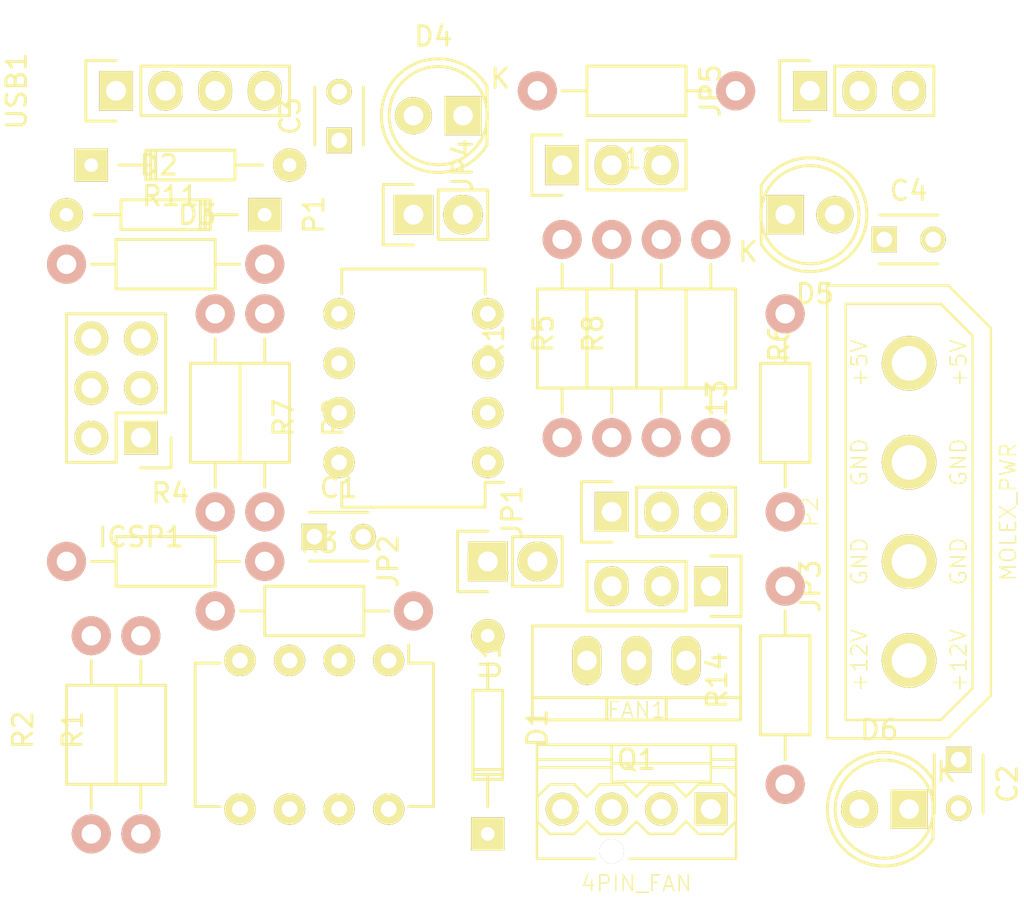
<source format=kicad_pcb>
(kicad_pcb (version 4) (host pcbnew 4.0.1-stable)

  (general
    (links 73)
    (no_connects 73)
    (area 151.255 96.645 205.014049 143.342)
    (thickness 1.6)
    (drawings 0)
    (tracks 0)
    (zones 0)
    (modules 37)
    (nets 29)
  )

  (page A4)
  (layers
    (0 F.Cu signal)
    (31 B.Cu signal)
    (32 B.Adhes user)
    (33 F.Adhes user)
    (34 B.Paste user)
    (35 F.Paste user)
    (36 B.SilkS user)
    (37 F.SilkS user)
    (38 B.Mask user)
    (39 F.Mask user)
    (40 Dwgs.User user)
    (41 Cmts.User user)
    (42 Eco1.User user)
    (43 Eco2.User user)
    (44 Edge.Cuts user)
    (45 Margin user)
    (46 B.CrtYd user)
    (47 F.CrtYd user)
    (48 B.Fab user)
    (49 F.Fab user)
  )

  (setup
    (last_trace_width 0.25)
    (trace_clearance 0.2)
    (zone_clearance 0.508)
    (zone_45_only no)
    (trace_min 0.2)
    (segment_width 0.2)
    (edge_width 0.15)
    (via_size 0.6)
    (via_drill 0.4)
    (via_min_size 0.4)
    (via_min_drill 0.3)
    (uvia_size 0.3)
    (uvia_drill 0.1)
    (uvias_allowed no)
    (uvia_min_size 0.2)
    (uvia_min_drill 0.1)
    (pcb_text_width 0.3)
    (pcb_text_size 1.5 1.5)
    (mod_edge_width 0.15)
    (mod_text_size 1 1)
    (mod_text_width 0.15)
    (pad_size 1.524 1.524)
    (pad_drill 0.762)
    (pad_to_mask_clearance 0.2)
    (aux_axis_origin 0 0)
    (visible_elements FFFFFF7F)
    (pcbplotparams
      (layerselection 0x00030_80000001)
      (usegerberextensions false)
      (excludeedgelayer true)
      (linewidth 0.100000)
      (plotframeref false)
      (viasonmask false)
      (mode 1)
      (useauxorigin false)
      (hpglpennumber 1)
      (hpglpenspeed 20)
      (hpglpendiameter 15)
      (hpglpenoverlay 2)
      (psnegative false)
      (psa4output false)
      (plotreference true)
      (plotvalue true)
      (plotinvisibletext false)
      (padsonsilk false)
      (subtractmaskfromsilk false)
      (outputformat 1)
      (mirror false)
      (drillshape 1)
      (scaleselection 1)
      (outputdirectory ""))
  )

  (net 0 "")
  (net 1 +5V)
  (net 2 GND)
  (net 3 +12V)
  (net 4 12VGND)
  (net 5 5VMOLEX)
  (net 6 5VMOLEXGND)
  (net 7 "Net-(D1-Pad1)")
  (net 8 "Net-(D2-Pad1)")
  (net 9 "Net-(D3-Pad1)")
  (net 10 "Net-(D4-Pad1)")
  (net 11 "Net-(D5-Pad1)")
  (net 12 "Net-(D6-Pad2)")
  (net 13 TACHOUT)
  (net 14 "Net-(FAN1-Pad4)")
  (net 15 "Net-(IC1-Pad1)")
  (net 16 TACHIN)
  (net 17 "Net-(IC1-Pad3)")
  (net 18 "Net-(IC1-Pad5)")
  (net 19 "Net-(IC1-Pad6)")
  (net 20 "Net-(IC1-Pad7)")
  (net 21 "Net-(JP1-Pad1)")
  (net 22 "Net-(JP1-Pad3)")
  (net 23 "Net-(JP3-Pad2)")
  (net 24 "Net-(R1-Pad1)")
  (net 25 "Net-(R2-Pad1)")
  (net 26 "Net-(R4-Pad2)")
  (net 27 FAN5V)
  (net 28 FAN5VGND)

  (net_class Default "This is the default net class."
    (clearance 0.2)
    (trace_width 0.25)
    (via_dia 0.6)
    (via_drill 0.4)
    (uvia_dia 0.3)
    (uvia_drill 0.1)
    (add_net +12V)
    (add_net +5V)
    (add_net 12VGND)
    (add_net 5VMOLEX)
    (add_net 5VMOLEXGND)
    (add_net FAN5V)
    (add_net FAN5VGND)
    (add_net GND)
    (add_net "Net-(D1-Pad1)")
    (add_net "Net-(D2-Pad1)")
    (add_net "Net-(D3-Pad1)")
    (add_net "Net-(D4-Pad1)")
    (add_net "Net-(D5-Pad1)")
    (add_net "Net-(D6-Pad2)")
    (add_net "Net-(FAN1-Pad4)")
    (add_net "Net-(IC1-Pad1)")
    (add_net "Net-(IC1-Pad3)")
    (add_net "Net-(IC1-Pad5)")
    (add_net "Net-(IC1-Pad6)")
    (add_net "Net-(IC1-Pad7)")
    (add_net "Net-(JP1-Pad1)")
    (add_net "Net-(JP1-Pad3)")
    (add_net "Net-(JP3-Pad2)")
    (add_net "Net-(R1-Pad1)")
    (add_net "Net-(R2-Pad1)")
    (add_net "Net-(R4-Pad2)")
    (add_net TACHIN)
    (add_net TACHOUT)
  )

  (module Capacitors_ThroughHole:C_Disc_D3_P2.5 (layer F.Cu) (tedit 0) (tstamp 5693C5C6)
    (at 167.64 124.46)
    (descr "Capacitor 3mm Disc, Pitch 2.5mm")
    (tags Capacitor)
    (path /56936E65)
    (fp_text reference C1 (at 1.25 -2.5) (layer F.SilkS)
      (effects (font (size 1 1) (thickness 0.15)))
    )
    (fp_text value C (at 1.25 2.5) (layer F.Fab)
      (effects (font (size 1 1) (thickness 0.15)))
    )
    (fp_line (start -0.9 -1.5) (end 3.4 -1.5) (layer F.CrtYd) (width 0.05))
    (fp_line (start 3.4 -1.5) (end 3.4 1.5) (layer F.CrtYd) (width 0.05))
    (fp_line (start 3.4 1.5) (end -0.9 1.5) (layer F.CrtYd) (width 0.05))
    (fp_line (start -0.9 1.5) (end -0.9 -1.5) (layer F.CrtYd) (width 0.05))
    (fp_line (start -0.25 -1.25) (end 2.75 -1.25) (layer F.SilkS) (width 0.15))
    (fp_line (start 2.75 1.25) (end -0.25 1.25) (layer F.SilkS) (width 0.15))
    (pad 1 thru_hole rect (at 0 0) (size 1.3 1.3) (drill 0.8) (layers *.Cu *.Mask F.SilkS)
      (net 1 +5V))
    (pad 2 thru_hole circle (at 2.5 0) (size 1.3 1.3) (drill 0.8001) (layers *.Cu *.Mask F.SilkS)
      (net 2 GND))
    (model Capacitors_ThroughHole.3dshapes/C_Disc_D3_P2.5.wrl
      (at (xyz 0.0492126 0 0))
      (scale (xyz 1 1 1))
      (rotate (xyz 0 0 0))
    )
  )

  (module Capacitors_ThroughHole:C_Disc_D3_P2.5 (layer F.Cu) (tedit 0) (tstamp 5693C5CC)
    (at 200.66 135.89 270)
    (descr "Capacitor 3mm Disc, Pitch 2.5mm")
    (tags Capacitor)
    (path /56937144)
    (fp_text reference C2 (at 1.25 -2.5 270) (layer F.SilkS)
      (effects (font (size 1 1) (thickness 0.15)))
    )
    (fp_text value C (at 1.25 2.5 270) (layer F.Fab)
      (effects (font (size 1 1) (thickness 0.15)))
    )
    (fp_line (start -0.9 -1.5) (end 3.4 -1.5) (layer F.CrtYd) (width 0.05))
    (fp_line (start 3.4 -1.5) (end 3.4 1.5) (layer F.CrtYd) (width 0.05))
    (fp_line (start 3.4 1.5) (end -0.9 1.5) (layer F.CrtYd) (width 0.05))
    (fp_line (start -0.9 1.5) (end -0.9 -1.5) (layer F.CrtYd) (width 0.05))
    (fp_line (start -0.25 -1.25) (end 2.75 -1.25) (layer F.SilkS) (width 0.15))
    (fp_line (start 2.75 1.25) (end -0.25 1.25) (layer F.SilkS) (width 0.15))
    (pad 1 thru_hole rect (at 0 0 270) (size 1.3 1.3) (drill 0.8) (layers *.Cu *.Mask F.SilkS)
      (net 3 +12V))
    (pad 2 thru_hole circle (at 2.5 0 270) (size 1.3 1.3) (drill 0.8001) (layers *.Cu *.Mask F.SilkS)
      (net 4 12VGND))
    (model Capacitors_ThroughHole.3dshapes/C_Disc_D3_P2.5.wrl
      (at (xyz 0.0492126 0 0))
      (scale (xyz 1 1 1))
      (rotate (xyz 0 0 0))
    )
  )

  (module Capacitors_ThroughHole:C_Disc_D3_P2.5 (layer F.Cu) (tedit 0) (tstamp 5693C5D2)
    (at 168.91 104.14 90)
    (descr "Capacitor 3mm Disc, Pitch 2.5mm")
    (tags Capacitor)
    (path /5693B7CE)
    (fp_text reference C3 (at 1.25 -2.5 90) (layer F.SilkS)
      (effects (font (size 1 1) (thickness 0.15)))
    )
    (fp_text value C (at 1.25 2.5 90) (layer F.Fab)
      (effects (font (size 1 1) (thickness 0.15)))
    )
    (fp_line (start -0.9 -1.5) (end 3.4 -1.5) (layer F.CrtYd) (width 0.05))
    (fp_line (start 3.4 -1.5) (end 3.4 1.5) (layer F.CrtYd) (width 0.05))
    (fp_line (start 3.4 1.5) (end -0.9 1.5) (layer F.CrtYd) (width 0.05))
    (fp_line (start -0.9 1.5) (end -0.9 -1.5) (layer F.CrtYd) (width 0.05))
    (fp_line (start -0.25 -1.25) (end 2.75 -1.25) (layer F.SilkS) (width 0.15))
    (fp_line (start 2.75 1.25) (end -0.25 1.25) (layer F.SilkS) (width 0.15))
    (pad 1 thru_hole rect (at 0 0 90) (size 1.3 1.3) (drill 0.8) (layers *.Cu *.Mask F.SilkS)
      (net 2 GND))
    (pad 2 thru_hole circle (at 2.5 0 90) (size 1.3 1.3) (drill 0.8001) (layers *.Cu *.Mask F.SilkS)
      (net 1 +5V))
    (model Capacitors_ThroughHole.3dshapes/C_Disc_D3_P2.5.wrl
      (at (xyz 0.0492126 0 0))
      (scale (xyz 1 1 1))
      (rotate (xyz 0 0 0))
    )
  )

  (module Capacitors_ThroughHole:C_Disc_D3_P2.5 (layer F.Cu) (tedit 0) (tstamp 5693C5D8)
    (at 196.85 109.22)
    (descr "Capacitor 3mm Disc, Pitch 2.5mm")
    (tags Capacitor)
    (path /5693C574)
    (fp_text reference C4 (at 1.25 -2.5) (layer F.SilkS)
      (effects (font (size 1 1) (thickness 0.15)))
    )
    (fp_text value C (at 1.25 2.5) (layer F.Fab)
      (effects (font (size 1 1) (thickness 0.15)))
    )
    (fp_line (start -0.9 -1.5) (end 3.4 -1.5) (layer F.CrtYd) (width 0.05))
    (fp_line (start 3.4 -1.5) (end 3.4 1.5) (layer F.CrtYd) (width 0.05))
    (fp_line (start 3.4 1.5) (end -0.9 1.5) (layer F.CrtYd) (width 0.05))
    (fp_line (start -0.9 1.5) (end -0.9 -1.5) (layer F.CrtYd) (width 0.05))
    (fp_line (start -0.25 -1.25) (end 2.75 -1.25) (layer F.SilkS) (width 0.15))
    (fp_line (start 2.75 1.25) (end -0.25 1.25) (layer F.SilkS) (width 0.15))
    (pad 1 thru_hole rect (at 0 0) (size 1.3 1.3) (drill 0.8) (layers *.Cu *.Mask F.SilkS)
      (net 5 5VMOLEX))
    (pad 2 thru_hole circle (at 2.5 0) (size 1.3 1.3) (drill 0.8001) (layers *.Cu *.Mask F.SilkS)
      (net 6 5VMOLEXGND))
    (model Capacitors_ThroughHole.3dshapes/C_Disc_D3_P2.5.wrl
      (at (xyz 0.0492126 0 0))
      (scale (xyz 1 1 1))
      (rotate (xyz 0 0 0))
    )
  )

  (module Diodes_ThroughHole:Diode_DO-35_SOD27_Horizontal_RM10 (layer F.Cu) (tedit 552FFC30) (tstamp 5693C5DE)
    (at 176.53 139.7 90)
    (descr "Diode, DO-35,  SOD27, Horizontal, RM 10mm")
    (tags "Diode, DO-35, SOD27, Horizontal, RM 10mm, 1N4148,")
    (path /56936E3B)
    (fp_text reference D1 (at 5.43052 2.53746 90) (layer F.SilkS)
      (effects (font (size 1 1) (thickness 0.15)))
    )
    (fp_text value D (at 4.41452 -3.55854 90) (layer F.Fab)
      (effects (font (size 1 1) (thickness 0.15)))
    )
    (fp_line (start 7.36652 -0.00254) (end 8.76352 -0.00254) (layer F.SilkS) (width 0.15))
    (fp_line (start 2.92152 -0.00254) (end 1.39752 -0.00254) (layer F.SilkS) (width 0.15))
    (fp_line (start 3.30252 -0.76454) (end 3.30252 0.75946) (layer F.SilkS) (width 0.15))
    (fp_line (start 3.04852 -0.76454) (end 3.04852 0.75946) (layer F.SilkS) (width 0.15))
    (fp_line (start 2.79452 -0.00254) (end 2.79452 0.75946) (layer F.SilkS) (width 0.15))
    (fp_line (start 2.79452 0.75946) (end 7.36652 0.75946) (layer F.SilkS) (width 0.15))
    (fp_line (start 7.36652 0.75946) (end 7.36652 -0.76454) (layer F.SilkS) (width 0.15))
    (fp_line (start 7.36652 -0.76454) (end 2.79452 -0.76454) (layer F.SilkS) (width 0.15))
    (fp_line (start 2.79452 -0.76454) (end 2.79452 -0.00254) (layer F.SilkS) (width 0.15))
    (pad 2 thru_hole circle (at 10.16052 -0.00254 270) (size 1.69926 1.69926) (drill 0.70104) (layers *.Cu *.Mask F.SilkS)
      (net 4 12VGND))
    (pad 1 thru_hole rect (at 0.00052 -0.00254 270) (size 1.69926 1.69926) (drill 0.70104) (layers *.Cu *.Mask F.SilkS)
      (net 7 "Net-(D1-Pad1)"))
    (model Diodes_ThroughHole.3dshapes/Diode_DO-35_SOD27_Horizontal_RM10.wrl
      (at (xyz 0.2 0 0))
      (scale (xyz 0.4 0.4 0.4))
      (rotate (xyz 0 0 180))
    )
  )

  (module Diodes_ThroughHole:Diode_DO-35_SOD27_Horizontal_RM10 (layer F.Cu) (tedit 552FFC30) (tstamp 5693C5E4)
    (at 165.1 107.95 180)
    (descr "Diode, DO-35,  SOD27, Horizontal, RM 10mm")
    (tags "Diode, DO-35, SOD27, Horizontal, RM 10mm, 1N4148,")
    (path /56936FE5)
    (fp_text reference D2 (at 5.43052 2.53746 180) (layer F.SilkS)
      (effects (font (size 1 1) (thickness 0.15)))
    )
    (fp_text value ZENER (at 4.41452 -3.55854 180) (layer F.Fab)
      (effects (font (size 1 1) (thickness 0.15)))
    )
    (fp_line (start 7.36652 -0.00254) (end 8.76352 -0.00254) (layer F.SilkS) (width 0.15))
    (fp_line (start 2.92152 -0.00254) (end 1.39752 -0.00254) (layer F.SilkS) (width 0.15))
    (fp_line (start 3.30252 -0.76454) (end 3.30252 0.75946) (layer F.SilkS) (width 0.15))
    (fp_line (start 3.04852 -0.76454) (end 3.04852 0.75946) (layer F.SilkS) (width 0.15))
    (fp_line (start 2.79452 -0.00254) (end 2.79452 0.75946) (layer F.SilkS) (width 0.15))
    (fp_line (start 2.79452 0.75946) (end 7.36652 0.75946) (layer F.SilkS) (width 0.15))
    (fp_line (start 7.36652 0.75946) (end 7.36652 -0.76454) (layer F.SilkS) (width 0.15))
    (fp_line (start 7.36652 -0.76454) (end 2.79452 -0.76454) (layer F.SilkS) (width 0.15))
    (fp_line (start 2.79452 -0.76454) (end 2.79452 -0.00254) (layer F.SilkS) (width 0.15))
    (pad 2 thru_hole circle (at 10.16052 -0.00254) (size 1.69926 1.69926) (drill 0.70104) (layers *.Cu *.Mask F.SilkS)
      (net 2 GND))
    (pad 1 thru_hole rect (at 0.00052 -0.00254) (size 1.69926 1.69926) (drill 0.70104) (layers *.Cu *.Mask F.SilkS)
      (net 8 "Net-(D2-Pad1)"))
    (model Diodes_ThroughHole.3dshapes/Diode_DO-35_SOD27_Horizontal_RM10.wrl
      (at (xyz 0.2 0 0))
      (scale (xyz 0.4 0.4 0.4))
      (rotate (xyz 0 0 180))
    )
  )

  (module Diodes_ThroughHole:Diode_DO-35_SOD27_Horizontal_RM10 (layer F.Cu) (tedit 552FFC30) (tstamp 5693C5EA)
    (at 156.21 105.41)
    (descr "Diode, DO-35,  SOD27, Horizontal, RM 10mm")
    (tags "Diode, DO-35, SOD27, Horizontal, RM 10mm, 1N4148,")
    (path /5693700C)
    (fp_text reference D3 (at 5.43052 2.53746) (layer F.SilkS)
      (effects (font (size 1 1) (thickness 0.15)))
    )
    (fp_text value ZENER (at 4.41452 -3.55854) (layer F.Fab)
      (effects (font (size 1 1) (thickness 0.15)))
    )
    (fp_line (start 7.36652 -0.00254) (end 8.76352 -0.00254) (layer F.SilkS) (width 0.15))
    (fp_line (start 2.92152 -0.00254) (end 1.39752 -0.00254) (layer F.SilkS) (width 0.15))
    (fp_line (start 3.30252 -0.76454) (end 3.30252 0.75946) (layer F.SilkS) (width 0.15))
    (fp_line (start 3.04852 -0.76454) (end 3.04852 0.75946) (layer F.SilkS) (width 0.15))
    (fp_line (start 2.79452 -0.00254) (end 2.79452 0.75946) (layer F.SilkS) (width 0.15))
    (fp_line (start 2.79452 0.75946) (end 7.36652 0.75946) (layer F.SilkS) (width 0.15))
    (fp_line (start 7.36652 0.75946) (end 7.36652 -0.76454) (layer F.SilkS) (width 0.15))
    (fp_line (start 7.36652 -0.76454) (end 2.79452 -0.76454) (layer F.SilkS) (width 0.15))
    (fp_line (start 2.79452 -0.76454) (end 2.79452 -0.00254) (layer F.SilkS) (width 0.15))
    (pad 2 thru_hole circle (at 10.16052 -0.00254 180) (size 1.69926 1.69926) (drill 0.70104) (layers *.Cu *.Mask F.SilkS)
      (net 2 GND))
    (pad 1 thru_hole rect (at 0.00052 -0.00254 180) (size 1.69926 1.69926) (drill 0.70104) (layers *.Cu *.Mask F.SilkS)
      (net 9 "Net-(D3-Pad1)"))
    (model Diodes_ThroughHole.3dshapes/Diode_DO-35_SOD27_Horizontal_RM10.wrl
      (at (xyz 0.2 0 0))
      (scale (xyz 0.4 0.4 0.4))
      (rotate (xyz 0 0 180))
    )
  )

  (module LEDs:LED-5MM (layer F.Cu) (tedit 5570F7EA) (tstamp 5693C5F0)
    (at 175.26 102.87 180)
    (descr "LED 5mm round vertical")
    (tags "LED 5mm round vertical")
    (path /5693A7D4)
    (fp_text reference D4 (at 1.524 4.064 180) (layer F.SilkS)
      (effects (font (size 1 1) (thickness 0.15)))
    )
    (fp_text value LED (at 1.524 -3.937 180) (layer F.Fab)
      (effects (font (size 1 1) (thickness 0.15)))
    )
    (fp_line (start -1.5 -1.55) (end -1.5 1.55) (layer F.CrtYd) (width 0.05))
    (fp_arc (start 1.3 0) (end -1.5 1.55) (angle -302) (layer F.CrtYd) (width 0.05))
    (fp_arc (start 1.27 0) (end -1.23 -1.5) (angle 297.5) (layer F.SilkS) (width 0.15))
    (fp_line (start -1.23 1.5) (end -1.23 -1.5) (layer F.SilkS) (width 0.15))
    (fp_circle (center 1.27 0) (end 0.97 -2.5) (layer F.SilkS) (width 0.15))
    (fp_text user K (at -1.905 1.905 180) (layer F.SilkS)
      (effects (font (size 1 1) (thickness 0.15)))
    )
    (pad 1 thru_hole rect (at 0 0 270) (size 2 1.9) (drill 1.00076) (layers *.Cu *.Mask F.SilkS)
      (net 10 "Net-(D4-Pad1)"))
    (pad 2 thru_hole circle (at 2.54 0 180) (size 1.9 1.9) (drill 1.00076) (layers *.Cu *.Mask F.SilkS)
      (net 1 +5V))
    (model LEDs.3dshapes/LED-5MM.wrl
      (at (xyz 0.05 0 0))
      (scale (xyz 1 1 1))
      (rotate (xyz 0 0 90))
    )
  )

  (module LEDs:LED-5MM (layer F.Cu) (tedit 5570F7EA) (tstamp 5693C5F6)
    (at 191.77 107.95)
    (descr "LED 5mm round vertical")
    (tags "LED 5mm round vertical")
    (path /5693C3CC)
    (fp_text reference D5 (at 1.524 4.064) (layer F.SilkS)
      (effects (font (size 1 1) (thickness 0.15)))
    )
    (fp_text value LED (at 1.524 -3.937) (layer F.Fab)
      (effects (font (size 1 1) (thickness 0.15)))
    )
    (fp_line (start -1.5 -1.55) (end -1.5 1.55) (layer F.CrtYd) (width 0.05))
    (fp_arc (start 1.3 0) (end -1.5 1.55) (angle -302) (layer F.CrtYd) (width 0.05))
    (fp_arc (start 1.27 0) (end -1.23 -1.5) (angle 297.5) (layer F.SilkS) (width 0.15))
    (fp_line (start -1.23 1.5) (end -1.23 -1.5) (layer F.SilkS) (width 0.15))
    (fp_circle (center 1.27 0) (end 0.97 -2.5) (layer F.SilkS) (width 0.15))
    (fp_text user K (at -1.905 1.905) (layer F.SilkS)
      (effects (font (size 1 1) (thickness 0.15)))
    )
    (pad 1 thru_hole rect (at 0 0 90) (size 2 1.9) (drill 1.00076) (layers *.Cu *.Mask F.SilkS)
      (net 11 "Net-(D5-Pad1)"))
    (pad 2 thru_hole circle (at 2.54 0) (size 1.9 1.9) (drill 1.00076) (layers *.Cu *.Mask F.SilkS)
      (net 5 5VMOLEX))
    (model LEDs.3dshapes/LED-5MM.wrl
      (at (xyz 0.05 0 0))
      (scale (xyz 1 1 1))
      (rotate (xyz 0 0 90))
    )
  )

  (module LEDs:LED-5MM (layer F.Cu) (tedit 5570F7EA) (tstamp 5693C5FC)
    (at 198.12 138.43 180)
    (descr "LED 5mm round vertical")
    (tags "LED 5mm round vertical")
    (path /5693AD88)
    (fp_text reference D6 (at 1.524 4.064 180) (layer F.SilkS)
      (effects (font (size 1 1) (thickness 0.15)))
    )
    (fp_text value LED (at 1.524 -3.937 180) (layer F.Fab)
      (effects (font (size 1 1) (thickness 0.15)))
    )
    (fp_line (start -1.5 -1.55) (end -1.5 1.55) (layer F.CrtYd) (width 0.05))
    (fp_arc (start 1.3 0) (end -1.5 1.55) (angle -302) (layer F.CrtYd) (width 0.05))
    (fp_arc (start 1.27 0) (end -1.23 -1.5) (angle 297.5) (layer F.SilkS) (width 0.15))
    (fp_line (start -1.23 1.5) (end -1.23 -1.5) (layer F.SilkS) (width 0.15))
    (fp_circle (center 1.27 0) (end 0.97 -2.5) (layer F.SilkS) (width 0.15))
    (fp_text user K (at -1.905 1.905 180) (layer F.SilkS)
      (effects (font (size 1 1) (thickness 0.15)))
    )
    (pad 1 thru_hole rect (at 0 0 270) (size 2 1.9) (drill 1.00076) (layers *.Cu *.Mask F.SilkS)
      (net 4 12VGND))
    (pad 2 thru_hole circle (at 2.54 0 180) (size 1.9 1.9) (drill 1.00076) (layers *.Cu *.Mask F.SilkS)
      (net 12 "Net-(D6-Pad2)"))
    (model LEDs.3dshapes/LED-5MM.wrl
      (at (xyz 0.05 0 0))
      (scale (xyz 1 1 1))
      (rotate (xyz 0 0 90))
    )
  )

  (module ab2_header:AB2_HDR_M04-1V_CPU_FAN (layer F.Cu) (tedit 54A2EE68) (tstamp 5693C605)
    (at 184.15 138.43 180)
    (path /56936DE4)
    (fp_text reference FAN1 (at 0 5.08 180) (layer F.SilkS)
      (effects (font (size 0.8128 0.8128) (thickness 0.0762)))
    )
    (fp_text value 4PIN_FAN (at 0 -3.81 180) (layer F.SilkS)
      (effects (font (size 0.8128 0.8128) (thickness 0.0762)))
    )
    (fp_line (start 5.1 -2.54) (end 2.14 -2.54) (layer F.SilkS) (width 0.127))
    (fp_line (start -5.1 -2.54) (end 0.4 -2.54) (layer F.SilkS) (width 0.127))
    (fp_line (start -3.81 2.35) (end 1.27 2.35) (layer F.SilkS) (width 0.127))
    (fp_line (start 1.27 2.14) (end 5.1 2.14) (layer F.SilkS) (width 0.127))
    (fp_line (start -5.1 2.14) (end -3.81 2.14) (layer F.SilkS) (width 0.127))
    (fp_line (start 1.27 2.54) (end 5.1 2.54) (layer F.SilkS) (width 0.127))
    (fp_line (start -5.1 2.54) (end -3.81 2.54) (layer F.SilkS) (width 0.127))
    (fp_line (start -3.81 1.405) (end -3.81 3.3) (layer F.SilkS) (width 0.127))
    (fp_line (start 1.27 1.405) (end 1.27 3.3) (layer F.SilkS) (width 0.127))
    (fp_line (start -3.81 1.405) (end 1.27 1.405) (layer F.SilkS) (width 0.127))
    (fp_line (start -5.1 -2.54) (end -5.1 3.3) (layer F.SilkS) (width 0.127))
    (fp_line (start -5.1 3.3) (end 5.1 3.3) (layer F.SilkS) (width 0.127))
    (fp_line (start 5.1 3.3) (end 5.1 -2.54) (layer F.SilkS) (width 0.127))
    (fp_line (start 2.54 -0.635) (end 3.175 -1.27) (layer F.SilkS) (width 0.127))
    (fp_line (start 3.175 -1.27) (end 4.445 -1.27) (layer F.SilkS) (width 0.127))
    (fp_line (start 4.445 -1.27) (end 5.08 -0.635) (layer F.SilkS) (width 0.127))
    (fp_line (start 5.08 -0.635) (end 5.08 0.635) (layer F.SilkS) (width 0.127))
    (fp_line (start 5.08 0.635) (end 4.445 1.27) (layer F.SilkS) (width 0.127))
    (fp_line (start 4.445 1.27) (end 3.175 1.27) (layer F.SilkS) (width 0.127))
    (fp_line (start 3.175 1.27) (end 2.54 0.635) (layer F.SilkS) (width 0.127))
    (fp_line (start -2.54 -0.635) (end -1.905 -1.27) (layer F.SilkS) (width 0.127))
    (fp_line (start -1.905 -1.27) (end -0.635 -1.27) (layer F.SilkS) (width 0.127))
    (fp_line (start -0.635 -1.27) (end 0 -0.635) (layer F.SilkS) (width 0.127))
    (fp_line (start 0 -0.635) (end 0.635 -1.27) (layer F.SilkS) (width 0.127))
    (fp_line (start 0.635 -1.27) (end 1.905 -1.27) (layer F.SilkS) (width 0.127))
    (fp_line (start 1.905 -1.27) (end 2.54 -0.635) (layer F.SilkS) (width 0.127))
    (fp_line (start 2.54 0.635) (end 1.905 1.27) (layer F.SilkS) (width 0.127))
    (fp_line (start 1.905 1.27) (end 0.635 1.27) (layer F.SilkS) (width 0.127))
    (fp_line (start 0.635 1.27) (end 0 0.635) (layer F.SilkS) (width 0.127))
    (fp_line (start 0 0.635) (end -0.635 1.27) (layer F.SilkS) (width 0.127))
    (fp_line (start -0.635 1.27) (end -1.905 1.27) (layer F.SilkS) (width 0.127))
    (fp_line (start -1.905 1.27) (end -2.54 0.635) (layer F.SilkS) (width 0.127))
    (fp_line (start -5.08 -0.635) (end -4.445 -1.27) (layer F.SilkS) (width 0.127))
    (fp_line (start -4.445 -1.27) (end -3.175 -1.27) (layer F.SilkS) (width 0.127))
    (fp_line (start -3.175 -1.27) (end -2.54 -0.635) (layer F.SilkS) (width 0.127))
    (fp_line (start -2.54 0.635) (end -3.175 1.27) (layer F.SilkS) (width 0.127))
    (fp_line (start -3.175 1.27) (end -4.445 1.27) (layer F.SilkS) (width 0.127))
    (fp_line (start -4.445 1.27) (end -5.08 0.635) (layer F.SilkS) (width 0.127))
    (fp_line (start -5.08 0.635) (end -5.08 -0.635) (layer F.SilkS) (width 0.127))
    (pad 1 thru_hole rect (at -3.81 0 180) (size 1.6764 1.6764) (drill 1.016) (layers *.Cu *.Mask F.SilkS)
      (net 4 12VGND))
    (pad 2 thru_hole circle (at -1.27 0 180) (size 1.6764 1.6764) (drill 1.016) (layers *.Cu *.Mask F.SilkS)
      (net 7 "Net-(D1-Pad1)"))
    (pad 3 thru_hole circle (at 1.27 0 180) (size 1.6764 1.6764) (drill 1.016) (layers *.Cu *.Mask F.SilkS)
      (net 13 TACHOUT))
    (pad 4 thru_hole circle (at 3.81 0 180) (size 1.6764 1.6764) (drill 1.016) (layers *.Cu *.Mask F.SilkS)
      (net 14 "Net-(FAN1-Pad4)"))
    (pad "" thru_hole circle (at 1.27 -2.16 180) (size 1.25 1.25) (drill 1.25) (layers *.Cu *.Mask F.SilkS))
    (model ab2_header/AB2_HDR_M04-1V_CPU_FAN.x3d
      (at (xyz 0 0 0))
      (scale (xyz 0.3937 0.3937 0.3937))
      (rotate (xyz 0 0 0))
    )
  )

  (module Housings_DIP:DIP-8_W7.62mm (layer F.Cu) (tedit 54130A77) (tstamp 5693C611)
    (at 176.53 120.65 180)
    (descr "8-lead dip package, row spacing 7.62 mm (300 mils)")
    (tags "dil dip 2.54 300")
    (path /5693670C)
    (fp_text reference IC1 (at 0 -5.22 180) (layer F.SilkS)
      (effects (font (size 1 1) (thickness 0.15)))
    )
    (fp_text value ATTINY85-P (at 0 -3.72 180) (layer F.Fab)
      (effects (font (size 1 1) (thickness 0.15)))
    )
    (fp_line (start -1.05 -2.45) (end -1.05 10.1) (layer F.CrtYd) (width 0.05))
    (fp_line (start 8.65 -2.45) (end 8.65 10.1) (layer F.CrtYd) (width 0.05))
    (fp_line (start -1.05 -2.45) (end 8.65 -2.45) (layer F.CrtYd) (width 0.05))
    (fp_line (start -1.05 10.1) (end 8.65 10.1) (layer F.CrtYd) (width 0.05))
    (fp_line (start 0.135 -2.295) (end 0.135 -1.025) (layer F.SilkS) (width 0.15))
    (fp_line (start 7.485 -2.295) (end 7.485 -1.025) (layer F.SilkS) (width 0.15))
    (fp_line (start 7.485 9.915) (end 7.485 8.645) (layer F.SilkS) (width 0.15))
    (fp_line (start 0.135 9.915) (end 0.135 8.645) (layer F.SilkS) (width 0.15))
    (fp_line (start 0.135 -2.295) (end 7.485 -2.295) (layer F.SilkS) (width 0.15))
    (fp_line (start 0.135 9.915) (end 7.485 9.915) (layer F.SilkS) (width 0.15))
    (fp_line (start 0.135 -1.025) (end -0.8 -1.025) (layer F.SilkS) (width 0.15))
    (pad 1 thru_hole oval (at 0 0 180) (size 1.6 1.6) (drill 0.8) (layers *.Cu *.Mask F.SilkS)
      (net 15 "Net-(IC1-Pad1)"))
    (pad 2 thru_hole oval (at 0 2.54 180) (size 1.6 1.6) (drill 0.8) (layers *.Cu *.Mask F.SilkS)
      (net 16 TACHIN))
    (pad 3 thru_hole oval (at 0 5.08 180) (size 1.6 1.6) (drill 0.8) (layers *.Cu *.Mask F.SilkS)
      (net 17 "Net-(IC1-Pad3)"))
    (pad 4 thru_hole oval (at 0 7.62 180) (size 1.6 1.6) (drill 0.8) (layers *.Cu *.Mask F.SilkS)
      (net 2 GND))
    (pad 5 thru_hole oval (at 7.62 7.62 180) (size 1.6 1.6) (drill 0.8) (layers *.Cu *.Mask F.SilkS)
      (net 18 "Net-(IC1-Pad5)"))
    (pad 6 thru_hole oval (at 7.62 5.08 180) (size 1.6 1.6) (drill 0.8) (layers *.Cu *.Mask F.SilkS)
      (net 19 "Net-(IC1-Pad6)"))
    (pad 7 thru_hole oval (at 7.62 2.54 180) (size 1.6 1.6) (drill 0.8) (layers *.Cu *.Mask F.SilkS)
      (net 20 "Net-(IC1-Pad7)"))
    (pad 8 thru_hole oval (at 7.62 0 180) (size 1.6 1.6) (drill 0.8) (layers *.Cu *.Mask F.SilkS)
      (net 1 +5V))
    (model Housings_DIP.3dshapes/DIP-8_W7.62mm.wrl
      (at (xyz 0 0 0))
      (scale (xyz 1 1 1))
      (rotate (xyz 0 0 0))
    )
  )

  (module Pin_Headers:Pin_Header_Straight_2x03 (layer F.Cu) (tedit 54EA0A4B) (tstamp 5693C628)
    (at 158.75 119.38 180)
    (descr "Through hole pin header")
    (tags "pin header")
    (path /56936F56)
    (fp_text reference ICSP1 (at 0 -5.1 180) (layer F.SilkS)
      (effects (font (size 1 1) (thickness 0.15)))
    )
    (fp_text value Prog_con (at 0 -3.1 180) (layer F.Fab)
      (effects (font (size 1 1) (thickness 0.15)))
    )
    (fp_line (start -1.27 1.27) (end -1.27 6.35) (layer F.SilkS) (width 0.15))
    (fp_line (start -1.55 -1.55) (end 0 -1.55) (layer F.SilkS) (width 0.15))
    (fp_line (start -1.75 -1.75) (end -1.75 6.85) (layer F.CrtYd) (width 0.05))
    (fp_line (start 4.3 -1.75) (end 4.3 6.85) (layer F.CrtYd) (width 0.05))
    (fp_line (start -1.75 -1.75) (end 4.3 -1.75) (layer F.CrtYd) (width 0.05))
    (fp_line (start -1.75 6.85) (end 4.3 6.85) (layer F.CrtYd) (width 0.05))
    (fp_line (start 1.27 -1.27) (end 1.27 1.27) (layer F.SilkS) (width 0.15))
    (fp_line (start 1.27 1.27) (end -1.27 1.27) (layer F.SilkS) (width 0.15))
    (fp_line (start -1.27 6.35) (end 3.81 6.35) (layer F.SilkS) (width 0.15))
    (fp_line (start 3.81 6.35) (end 3.81 1.27) (layer F.SilkS) (width 0.15))
    (fp_line (start -1.55 -1.55) (end -1.55 0) (layer F.SilkS) (width 0.15))
    (fp_line (start 3.81 -1.27) (end 1.27 -1.27) (layer F.SilkS) (width 0.15))
    (fp_line (start 3.81 1.27) (end 3.81 -1.27) (layer F.SilkS) (width 0.15))
    (pad 1 thru_hole rect (at 0 0 180) (size 1.7272 1.7272) (drill 1.016) (layers *.Cu *.Mask F.SilkS)
      (net 19 "Net-(IC1-Pad6)"))
    (pad 2 thru_hole oval (at 2.54 0 180) (size 1.7272 1.7272) (drill 1.016) (layers *.Cu *.Mask F.SilkS)
      (net 1 +5V))
    (pad 3 thru_hole oval (at 0 2.54 180) (size 1.7272 1.7272) (drill 1.016) (layers *.Cu *.Mask F.SilkS)
      (net 20 "Net-(IC1-Pad7)"))
    (pad 4 thru_hole oval (at 2.54 2.54 180) (size 1.7272 1.7272) (drill 1.016) (layers *.Cu *.Mask F.SilkS)
      (net 18 "Net-(IC1-Pad5)"))
    (pad 5 thru_hole oval (at 0 5.08 180) (size 1.7272 1.7272) (drill 1.016) (layers *.Cu *.Mask F.SilkS)
      (net 15 "Net-(IC1-Pad1)"))
    (pad 6 thru_hole oval (at 2.54 5.08 180) (size 1.7272 1.7272) (drill 1.016) (layers *.Cu *.Mask F.SilkS)
      (net 2 GND))
    (model Pin_Headers.3dshapes/Pin_Header_Straight_2x03.wrl
      (at (xyz 0.05 -0.1 0))
      (scale (xyz 1 1 1))
      (rotate (xyz 0 0 90))
    )
  )

  (module Pin_Headers:Pin_Header_Straight_1x03 (layer F.Cu) (tedit 0) (tstamp 5693C63A)
    (at 182.88 123.19 90)
    (descr "Through hole pin header")
    (tags "pin header")
    (path /56937621)
    (fp_text reference JP1 (at 0 -5.1 90) (layer F.SilkS)
      (effects (font (size 1 1) (thickness 0.15)))
    )
    (fp_text value JUMPER3 (at 0 -3.1 90) (layer F.Fab)
      (effects (font (size 1 1) (thickness 0.15)))
    )
    (fp_line (start -1.75 -1.75) (end -1.75 6.85) (layer F.CrtYd) (width 0.05))
    (fp_line (start 1.75 -1.75) (end 1.75 6.85) (layer F.CrtYd) (width 0.05))
    (fp_line (start -1.75 -1.75) (end 1.75 -1.75) (layer F.CrtYd) (width 0.05))
    (fp_line (start -1.75 6.85) (end 1.75 6.85) (layer F.CrtYd) (width 0.05))
    (fp_line (start -1.27 1.27) (end -1.27 6.35) (layer F.SilkS) (width 0.15))
    (fp_line (start -1.27 6.35) (end 1.27 6.35) (layer F.SilkS) (width 0.15))
    (fp_line (start 1.27 6.35) (end 1.27 1.27) (layer F.SilkS) (width 0.15))
    (fp_line (start 1.55 -1.55) (end 1.55 0) (layer F.SilkS) (width 0.15))
    (fp_line (start 1.27 1.27) (end -1.27 1.27) (layer F.SilkS) (width 0.15))
    (fp_line (start -1.55 0) (end -1.55 -1.55) (layer F.SilkS) (width 0.15))
    (fp_line (start -1.55 -1.55) (end 1.55 -1.55) (layer F.SilkS) (width 0.15))
    (pad 1 thru_hole rect (at 0 0 90) (size 2.032 1.7272) (drill 1.016) (layers *.Cu *.Mask F.SilkS)
      (net 21 "Net-(JP1-Pad1)"))
    (pad 2 thru_hole oval (at 0 2.54 90) (size 2.032 1.7272) (drill 1.016) (layers *.Cu *.Mask F.SilkS)
      (net 14 "Net-(FAN1-Pad4)"))
    (pad 3 thru_hole oval (at 0 5.08 90) (size 2.032 1.7272) (drill 1.016) (layers *.Cu *.Mask F.SilkS)
      (net 22 "Net-(JP1-Pad3)"))
    (model Pin_Headers.3dshapes/Pin_Header_Straight_1x03.wrl
      (at (xyz 0 -0.1 0))
      (scale (xyz 1 1 1))
      (rotate (xyz 0 0 90))
    )
  )

  (module Pin_Headers:Pin_Header_Straight_1x02 (layer F.Cu) (tedit 54EA090C) (tstamp 5693C64B)
    (at 176.53 125.73 90)
    (descr "Through hole pin header")
    (tags "pin header")
    (path /569374D4)
    (fp_text reference JP2 (at 0 -5.1 90) (layer F.SilkS)
      (effects (font (size 1 1) (thickness 0.15)))
    )
    (fp_text value Jumper_NO_Small (at 0 -3.1 90) (layer F.Fab)
      (effects (font (size 1 1) (thickness 0.15)))
    )
    (fp_line (start 1.27 1.27) (end 1.27 3.81) (layer F.SilkS) (width 0.15))
    (fp_line (start 1.55 -1.55) (end 1.55 0) (layer F.SilkS) (width 0.15))
    (fp_line (start -1.75 -1.75) (end -1.75 4.3) (layer F.CrtYd) (width 0.05))
    (fp_line (start 1.75 -1.75) (end 1.75 4.3) (layer F.CrtYd) (width 0.05))
    (fp_line (start -1.75 -1.75) (end 1.75 -1.75) (layer F.CrtYd) (width 0.05))
    (fp_line (start -1.75 4.3) (end 1.75 4.3) (layer F.CrtYd) (width 0.05))
    (fp_line (start 1.27 1.27) (end -1.27 1.27) (layer F.SilkS) (width 0.15))
    (fp_line (start -1.55 0) (end -1.55 -1.55) (layer F.SilkS) (width 0.15))
    (fp_line (start -1.55 -1.55) (end 1.55 -1.55) (layer F.SilkS) (width 0.15))
    (fp_line (start -1.27 1.27) (end -1.27 3.81) (layer F.SilkS) (width 0.15))
    (fp_line (start -1.27 3.81) (end 1.27 3.81) (layer F.SilkS) (width 0.15))
    (pad 1 thru_hole rect (at 0 0 90) (size 2.032 2.032) (drill 1.016) (layers *.Cu *.Mask F.SilkS)
      (net 2 GND))
    (pad 2 thru_hole oval (at 0 2.54 90) (size 2.032 2.032) (drill 1.016) (layers *.Cu *.Mask F.SilkS)
      (net 15 "Net-(IC1-Pad1)"))
    (model Pin_Headers.3dshapes/Pin_Header_Straight_1x02.wrl
      (at (xyz 0 -0.05 0))
      (scale (xyz 1 1 1))
      (rotate (xyz 0 0 90))
    )
  )

  (module Pin_Headers:Pin_Header_Straight_1x03 (layer F.Cu) (tedit 0) (tstamp 5693C65D)
    (at 187.96 127 270)
    (descr "Through hole pin header")
    (tags "pin header")
    (path /5693765E)
    (fp_text reference JP3 (at 0 -5.1 270) (layer F.SilkS)
      (effects (font (size 1 1) (thickness 0.15)))
    )
    (fp_text value JUMPER3 (at 0 -3.1 270) (layer F.Fab)
      (effects (font (size 1 1) (thickness 0.15)))
    )
    (fp_line (start -1.75 -1.75) (end -1.75 6.85) (layer F.CrtYd) (width 0.05))
    (fp_line (start 1.75 -1.75) (end 1.75 6.85) (layer F.CrtYd) (width 0.05))
    (fp_line (start -1.75 -1.75) (end 1.75 -1.75) (layer F.CrtYd) (width 0.05))
    (fp_line (start -1.75 6.85) (end 1.75 6.85) (layer F.CrtYd) (width 0.05))
    (fp_line (start -1.27 1.27) (end -1.27 6.35) (layer F.SilkS) (width 0.15))
    (fp_line (start -1.27 6.35) (end 1.27 6.35) (layer F.SilkS) (width 0.15))
    (fp_line (start 1.27 6.35) (end 1.27 1.27) (layer F.SilkS) (width 0.15))
    (fp_line (start 1.55 -1.55) (end 1.55 0) (layer F.SilkS) (width 0.15))
    (fp_line (start 1.27 1.27) (end -1.27 1.27) (layer F.SilkS) (width 0.15))
    (fp_line (start -1.55 0) (end -1.55 -1.55) (layer F.SilkS) (width 0.15))
    (fp_line (start -1.55 -1.55) (end 1.55 -1.55) (layer F.SilkS) (width 0.15))
    (pad 1 thru_hole rect (at 0 0 270) (size 2.032 1.7272) (drill 1.016) (layers *.Cu *.Mask F.SilkS)
      (net 22 "Net-(JP1-Pad3)"))
    (pad 2 thru_hole oval (at 0 2.54 270) (size 2.032 1.7272) (drill 1.016) (layers *.Cu *.Mask F.SilkS)
      (net 23 "Net-(JP3-Pad2)"))
    (pad 3 thru_hole oval (at 0 5.08 270) (size 2.032 1.7272) (drill 1.016) (layers *.Cu *.Mask F.SilkS)
      (net 21 "Net-(JP1-Pad1)"))
    (model Pin_Headers.3dshapes/Pin_Header_Straight_1x03.wrl
      (at (xyz 0 -0.1 0))
      (scale (xyz 1 1 1))
      (rotate (xyz 0 0 90))
    )
  )

  (module Pin_Headers:Pin_Header_Straight_1x02 (layer F.Cu) (tedit 54EA090C) (tstamp 5693C66E)
    (at 172.72 107.95 90)
    (descr "Through hole pin header")
    (tags "pin header")
    (path /56939455)
    (fp_text reference P1 (at 0 -5.1 90) (layer F.SilkS)
      (effects (font (size 1 1) (thickness 0.15)))
    )
    (fp_text value CONN_01X02 (at 0 -3.1 90) (layer F.Fab)
      (effects (font (size 1 1) (thickness 0.15)))
    )
    (fp_line (start 1.27 1.27) (end 1.27 3.81) (layer F.SilkS) (width 0.15))
    (fp_line (start 1.55 -1.55) (end 1.55 0) (layer F.SilkS) (width 0.15))
    (fp_line (start -1.75 -1.75) (end -1.75 4.3) (layer F.CrtYd) (width 0.05))
    (fp_line (start 1.75 -1.75) (end 1.75 4.3) (layer F.CrtYd) (width 0.05))
    (fp_line (start -1.75 -1.75) (end 1.75 -1.75) (layer F.CrtYd) (width 0.05))
    (fp_line (start -1.75 4.3) (end 1.75 4.3) (layer F.CrtYd) (width 0.05))
    (fp_line (start 1.27 1.27) (end -1.27 1.27) (layer F.SilkS) (width 0.15))
    (fp_line (start -1.55 0) (end -1.55 -1.55) (layer F.SilkS) (width 0.15))
    (fp_line (start -1.55 -1.55) (end 1.55 -1.55) (layer F.SilkS) (width 0.15))
    (fp_line (start -1.27 1.27) (end -1.27 3.81) (layer F.SilkS) (width 0.15))
    (fp_line (start -1.27 3.81) (end 1.27 3.81) (layer F.SilkS) (width 0.15))
    (pad 1 thru_hole rect (at 0 0 90) (size 2.032 2.032) (drill 1.016) (layers *.Cu *.Mask F.SilkS)
      (net 2 GND))
    (pad 2 thru_hole oval (at 0 2.54 90) (size 2.032 2.032) (drill 1.016) (layers *.Cu *.Mask F.SilkS)
      (net 17 "Net-(IC1-Pad3)"))
    (model Pin_Headers.3dshapes/Pin_Header_Straight_1x02.wrl
      (at (xyz 0 -0.05 0))
      (scale (xyz 1 1 1))
      (rotate (xyz 0 0 90))
    )
  )

  (module ab2_power:AB2_ATX_PSU-4PIN-V (layer F.Cu) (tedit 51D86661) (tstamp 5693C676)
    (at 198.12 123.19 90)
    (path /56938352)
    (fp_text reference P2 (at 0 -5.08 90) (layer F.SilkS)
      (effects (font (size 0.8128 0.8128) (thickness 0.0762)))
    )
    (fp_text value MOLEX_PWR (at 0 5.08 90) (layer F.SilkS)
      (effects (font (size 0.8128 0.8128) (thickness 0.0762)))
    )
    (fp_text user GND (at 2.54 -2.54 90) (layer F.SilkS)
      (effects (font (size 0.8128 0.8128) (thickness 0.0762)))
    )
    (fp_text user +5V (at 7.62 -2.54 90) (layer F.SilkS)
      (effects (font (size 0.8128 0.8128) (thickness 0.0762)))
    )
    (fp_text user GND (at -2.54 -2.54 90) (layer F.SilkS)
      (effects (font (size 0.8128 0.8128) (thickness 0.0762)))
    )
    (fp_text user +12V (at -7.62 -2.54 90) (layer F.SilkS)
      (effects (font (size 0.8128 0.8128) (thickness 0.0762)))
    )
    (fp_text user +5V (at 7.62 2.54 90) (layer F.SilkS)
      (effects (font (size 0.8128 0.8128) (thickness 0.0762)))
    )
    (fp_text user GND (at 2.54 2.54 90) (layer F.SilkS)
      (effects (font (size 0.8128 0.8128) (thickness 0.0762)))
    )
    (fp_text user GND (at -2.54 2.54 90) (layer F.SilkS)
      (effects (font (size 0.8128 0.8128) (thickness 0.0762)))
    )
    (fp_text user +12V (at -7.62 2.54 90) (layer F.SilkS)
      (effects (font (size 0.8128 0.8128) (thickness 0.0762)))
    )
    (fp_line (start -11.6078 2.0066) (end -11.6078 -4.191) (layer F.SilkS) (width 0.127))
    (fp_line (start 11.6078 2.0066) (end 11.6078 -4.191) (layer F.SilkS) (width 0.127))
    (fp_line (start -9.4234 4.191) (end 9.4234 4.191) (layer F.SilkS) (width 0.127))
    (fp_line (start -10.5156 3.0988) (end -9.4234 4.191) (layer F.SilkS) (width 0.127))
    (fp_line (start -10.5156 3.0988) (end -11.6078 2.0066) (layer F.SilkS) (width 0.127))
    (fp_line (start 10.5156 3.0988) (end 9.4234 4.191) (layer F.SilkS) (width 0.127))
    (fp_line (start 10.5156 3.0988) (end 11.6078 2.0066) (layer F.SilkS) (width 0.127))
    (fp_line (start -10.668 -3.2512) (end -10.668 1.6256) (layer F.SilkS) (width 0.127))
    (fp_line (start 9.0424 3.2512) (end -9.0424 3.2512) (layer F.SilkS) (width 0.127))
    (fp_line (start 10.668 -3.2512) (end 10.668 1.6256) (layer F.SilkS) (width 0.127))
    (fp_line (start -10.668 1.6256) (end -9.0424 3.2512) (layer F.SilkS) (width 0.127))
    (fp_line (start 10.668 1.6256) (end 9.0424 3.2512) (layer F.SilkS) (width 0.127))
    (fp_line (start 0 -4.191) (end 11.6078 -4.191) (layer F.SilkS) (width 0.127))
    (fp_line (start -11.6078 -4.191) (end 0 -4.191) (layer F.SilkS) (width 0.127))
    (fp_line (start 0 -3.2512) (end 10.668 -3.2512) (layer F.SilkS) (width 0.127))
    (fp_line (start -10.668 -3.2512) (end 0 -3.2512) (layer F.SilkS) (width 0.127))
    (pad 2 thru_hole circle (at -2.54 0 90) (size 2.794 2.794) (drill 1.778) (layers *.Cu *.Mask F.SilkS)
      (net 4 12VGND))
    (pad 1 thru_hole circle (at -7.62 0 90) (size 2.794 2.794) (drill 1.778) (layers *.Cu *.Mask F.SilkS)
      (net 3 +12V))
    (pad 3 thru_hole circle (at 2.54 0 90) (size 2.794 2.794) (drill 1.778) (layers *.Cu *.Mask F.SilkS)
      (net 6 5VMOLEXGND))
    (pad 4 thru_hole circle (at 7.62 0 90) (size 2.794 2.794) (drill 1.778) (layers *.Cu *.Mask F.SilkS)
      (net 5 5VMOLEX))
  )

  (module TO_SOT_Packages_THT:TO-220_Neutral123_Vertical (layer F.Cu) (tedit 0) (tstamp 5693C687)
    (at 184.15 130.81 180)
    (descr "TO-220, Neutral, Vertical,")
    (tags "TO-220, Neutral, Vertical,")
    (path /56936E02)
    (fp_text reference Q1 (at 0 -5.08 180) (layer F.SilkS)
      (effects (font (size 1 1) (thickness 0.15)))
    )
    (fp_text value FAN_NMOS (at 0 3.81 180) (layer F.Fab)
      (effects (font (size 1 1) (thickness 0.15)))
    )
    (fp_line (start -1.524 -3.048) (end -1.524 -1.905) (layer F.SilkS) (width 0.15))
    (fp_line (start 1.524 -3.048) (end 1.524 -1.905) (layer F.SilkS) (width 0.15))
    (fp_line (start 5.334 -1.905) (end 5.334 1.778) (layer F.SilkS) (width 0.15))
    (fp_line (start 5.334 1.778) (end -5.334 1.778) (layer F.SilkS) (width 0.15))
    (fp_line (start -5.334 1.778) (end -5.334 -1.905) (layer F.SilkS) (width 0.15))
    (fp_line (start 5.334 -3.048) (end 5.334 -1.905) (layer F.SilkS) (width 0.15))
    (fp_line (start 5.334 -1.905) (end -5.334 -1.905) (layer F.SilkS) (width 0.15))
    (fp_line (start -5.334 -1.905) (end -5.334 -3.048) (layer F.SilkS) (width 0.15))
    (fp_line (start 0 -3.048) (end -5.334 -3.048) (layer F.SilkS) (width 0.15))
    (fp_line (start 0 -3.048) (end 5.334 -3.048) (layer F.SilkS) (width 0.15))
    (pad 2 thru_hole oval (at 0 0 270) (size 2.49936 1.50114) (drill 1.00076) (layers *.Cu *.Mask F.SilkS)
      (net 7 "Net-(D1-Pad1)"))
    (pad 1 thru_hole oval (at -2.54 0 270) (size 2.49936 1.50114) (drill 1.00076) (layers *.Cu *.Mask F.SilkS)
      (net 3 +12V))
    (pad 3 thru_hole oval (at 2.54 0 270) (size 2.49936 1.50114) (drill 1.00076) (layers *.Cu *.Mask F.SilkS)
      (net 23 "Net-(JP3-Pad2)"))
    (model TO_SOT_Packages_THT.3dshapes/TO-220_Neutral123_Vertical.wrl
      (at (xyz 0 0 0))
      (scale (xyz 0.3937 0.3937 0.3937))
      (rotate (xyz 0 0 0))
    )
  )

  (module Resistors_ThroughHole:Resistor_Horizontal_RM10mm (layer F.Cu) (tedit 53F56209) (tstamp 5693C68D)
    (at 158.75 134.62 90)
    (descr "Resistor, Axial,  RM 10mm, 1/3W,")
    (tags "Resistor, Axial, RM 10mm, 1/3W,")
    (path /5693F40E)
    (fp_text reference R1 (at 0.24892 -3.50012 90) (layer F.SilkS)
      (effects (font (size 1 1) (thickness 0.15)))
    )
    (fp_text value FANCTL2_R (at 3.81 3.81 90) (layer F.Fab)
      (effects (font (size 1 1) (thickness 0.15)))
    )
    (fp_line (start -2.54 -1.27) (end 2.54 -1.27) (layer F.SilkS) (width 0.15))
    (fp_line (start 2.54 -1.27) (end 2.54 1.27) (layer F.SilkS) (width 0.15))
    (fp_line (start 2.54 1.27) (end -2.54 1.27) (layer F.SilkS) (width 0.15))
    (fp_line (start -2.54 1.27) (end -2.54 -1.27) (layer F.SilkS) (width 0.15))
    (fp_line (start -2.54 0) (end -3.81 0) (layer F.SilkS) (width 0.15))
    (fp_line (start 2.54 0) (end 3.81 0) (layer F.SilkS) (width 0.15))
    (pad 1 thru_hole circle (at -5.08 0 90) (size 1.99898 1.99898) (drill 1.00076) (layers *.Cu *.SilkS *.Mask)
      (net 24 "Net-(R1-Pad1)"))
    (pad 2 thru_hole circle (at 5.08 0 90) (size 1.99898 1.99898) (drill 1.00076) (layers *.Cu *.SilkS *.Mask)
      (net 28 FAN5VGND))
    (model Resistors_ThroughHole.3dshapes/Resistor_Horizontal_RM10mm.wrl
      (at (xyz 0 0 0))
      (scale (xyz 0.4 0.4 0.4))
      (rotate (xyz 0 0 0))
    )
  )

  (module Resistors_ThroughHole:Resistor_Horizontal_RM10mm (layer F.Cu) (tedit 53F56209) (tstamp 5693C693)
    (at 156.21 134.62 90)
    (descr "Resistor, Axial,  RM 10mm, 1/3W,")
    (tags "Resistor, Axial, RM 10mm, 1/3W,")
    (path /5693EF46)
    (fp_text reference R2 (at 0.24892 -3.50012 90) (layer F.SilkS)
      (effects (font (size 1 1) (thickness 0.15)))
    )
    (fp_text value FANCTL2_R (at 3.81 3.81 90) (layer F.Fab)
      (effects (font (size 1 1) (thickness 0.15)))
    )
    (fp_line (start -2.54 -1.27) (end 2.54 -1.27) (layer F.SilkS) (width 0.15))
    (fp_line (start 2.54 -1.27) (end 2.54 1.27) (layer F.SilkS) (width 0.15))
    (fp_line (start 2.54 1.27) (end -2.54 1.27) (layer F.SilkS) (width 0.15))
    (fp_line (start -2.54 1.27) (end -2.54 -1.27) (layer F.SilkS) (width 0.15))
    (fp_line (start -2.54 0) (end -3.81 0) (layer F.SilkS) (width 0.15))
    (fp_line (start 2.54 0) (end 3.81 0) (layer F.SilkS) (width 0.15))
    (pad 1 thru_hole circle (at -5.08 0 90) (size 1.99898 1.99898) (drill 1.00076) (layers *.Cu *.SilkS *.Mask)
      (net 25 "Net-(R2-Pad1)"))
    (pad 2 thru_hole circle (at 5.08 0 90) (size 1.99898 1.99898) (drill 1.00076) (layers *.Cu *.SilkS *.Mask)
      (net 1 +5V))
    (model Resistors_ThroughHole.3dshapes/Resistor_Horizontal_RM10mm.wrl
      (at (xyz 0 0 0))
      (scale (xyz 0.4 0.4 0.4))
      (rotate (xyz 0 0 0))
    )
  )

  (module Resistors_ThroughHole:Resistor_Horizontal_RM10mm (layer F.Cu) (tedit 53F56209) (tstamp 5693C699)
    (at 167.64 128.27)
    (descr "Resistor, Axial,  RM 10mm, 1/3W,")
    (tags "Resistor, Axial, RM 10mm, 1/3W,")
    (path /5693E384)
    (fp_text reference R3 (at 0.24892 -3.50012) (layer F.SilkS)
      (effects (font (size 1 1) (thickness 0.15)))
    )
    (fp_text value FANCTL2_R (at 3.81 3.81) (layer F.Fab)
      (effects (font (size 1 1) (thickness 0.15)))
    )
    (fp_line (start -2.54 -1.27) (end 2.54 -1.27) (layer F.SilkS) (width 0.15))
    (fp_line (start 2.54 -1.27) (end 2.54 1.27) (layer F.SilkS) (width 0.15))
    (fp_line (start 2.54 1.27) (end -2.54 1.27) (layer F.SilkS) (width 0.15))
    (fp_line (start -2.54 1.27) (end -2.54 -1.27) (layer F.SilkS) (width 0.15))
    (fp_line (start -2.54 0) (end -3.81 0) (layer F.SilkS) (width 0.15))
    (fp_line (start 2.54 0) (end 3.81 0) (layer F.SilkS) (width 0.15))
    (pad 1 thru_hole circle (at -5.08 0) (size 1.99898 1.99898) (drill 1.00076) (layers *.Cu *.SilkS *.Mask)
      (net 28 FAN5VGND))
    (pad 2 thru_hole circle (at 5.08 0) (size 1.99898 1.99898) (drill 1.00076) (layers *.Cu *.SilkS *.Mask)
      (net 21 "Net-(JP1-Pad1)"))
    (model Resistors_ThroughHole.3dshapes/Resistor_Horizontal_RM10mm.wrl
      (at (xyz 0 0 0))
      (scale (xyz 0.4 0.4 0.4))
      (rotate (xyz 0 0 0))
    )
  )

  (module Resistors_ThroughHole:Resistor_Horizontal_RM10mm (layer F.Cu) (tedit 53F56209) (tstamp 5693C69F)
    (at 160.02 125.73)
    (descr "Resistor, Axial,  RM 10mm, 1/3W,")
    (tags "Resistor, Axial, RM 10mm, 1/3W,")
    (path /5693E914)
    (fp_text reference R4 (at 0.24892 -3.50012) (layer F.SilkS)
      (effects (font (size 1 1) (thickness 0.15)))
    )
    (fp_text value FANCTL2_R (at 3.81 3.81) (layer F.Fab)
      (effects (font (size 1 1) (thickness 0.15)))
    )
    (fp_line (start -2.54 -1.27) (end 2.54 -1.27) (layer F.SilkS) (width 0.15))
    (fp_line (start 2.54 -1.27) (end 2.54 1.27) (layer F.SilkS) (width 0.15))
    (fp_line (start 2.54 1.27) (end -2.54 1.27) (layer F.SilkS) (width 0.15))
    (fp_line (start -2.54 1.27) (end -2.54 -1.27) (layer F.SilkS) (width 0.15))
    (fp_line (start -2.54 0) (end -3.81 0) (layer F.SilkS) (width 0.15))
    (fp_line (start 2.54 0) (end 3.81 0) (layer F.SilkS) (width 0.15))
    (pad 1 thru_hole circle (at -5.08 0) (size 1.99898 1.99898) (drill 1.00076) (layers *.Cu *.SilkS *.Mask)
      (net 2 GND))
    (pad 2 thru_hole circle (at 5.08 0) (size 1.99898 1.99898) (drill 1.00076) (layers *.Cu *.SilkS *.Mask)
      (net 26 "Net-(R4-Pad2)"))
    (model Resistors_ThroughHole.3dshapes/Resistor_Horizontal_RM10mm.wrl
      (at (xyz 0 0 0))
      (scale (xyz 0.4 0.4 0.4))
      (rotate (xyz 0 0 0))
    )
  )

  (module Resistors_ThroughHole:Resistor_Horizontal_RM10mm (layer F.Cu) (tedit 53F56209) (tstamp 5693C6A5)
    (at 182.88 114.3 90)
    (descr "Resistor, Axial,  RM 10mm, 1/3W,")
    (tags "Resistor, Axial, RM 10mm, 1/3W,")
    (path /5693709B)
    (fp_text reference R5 (at 0.24892 -3.50012 90) (layer F.SilkS)
      (effects (font (size 1 1) (thickness 0.15)))
    )
    (fp_text value FANCTL2_R (at 3.81 3.81 90) (layer F.Fab)
      (effects (font (size 1 1) (thickness 0.15)))
    )
    (fp_line (start -2.54 -1.27) (end 2.54 -1.27) (layer F.SilkS) (width 0.15))
    (fp_line (start 2.54 -1.27) (end 2.54 1.27) (layer F.SilkS) (width 0.15))
    (fp_line (start 2.54 1.27) (end -2.54 1.27) (layer F.SilkS) (width 0.15))
    (fp_line (start -2.54 1.27) (end -2.54 -1.27) (layer F.SilkS) (width 0.15))
    (fp_line (start -2.54 0) (end -3.81 0) (layer F.SilkS) (width 0.15))
    (fp_line (start 2.54 0) (end 3.81 0) (layer F.SilkS) (width 0.15))
    (pad 1 thru_hole circle (at -5.08 0 90) (size 1.99898 1.99898) (drill 1.00076) (layers *.Cu *.SilkS *.Mask)
      (net 15 "Net-(IC1-Pad1)"))
    (pad 2 thru_hole circle (at 5.08 0 90) (size 1.99898 1.99898) (drill 1.00076) (layers *.Cu *.SilkS *.Mask)
      (net 1 +5V))
    (model Resistors_ThroughHole.3dshapes/Resistor_Horizontal_RM10mm.wrl
      (at (xyz 0 0 0))
      (scale (xyz 0.4 0.4 0.4))
      (rotate (xyz 0 0 0))
    )
  )

  (module Resistors_ThroughHole:Resistor_Horizontal_RM10mm (layer F.Cu) (tedit 53F56209) (tstamp 5693C6AB)
    (at 187.96 114.3 270)
    (descr "Resistor, Axial,  RM 10mm, 1/3W,")
    (tags "Resistor, Axial, RM 10mm, 1/3W,")
    (path /56937033)
    (fp_text reference R6 (at 0.24892 -3.50012 270) (layer F.SilkS)
      (effects (font (size 1 1) (thickness 0.15)))
    )
    (fp_text value FANCTL2_R (at 3.81 3.81 270) (layer F.Fab)
      (effects (font (size 1 1) (thickness 0.15)))
    )
    (fp_line (start -2.54 -1.27) (end 2.54 -1.27) (layer F.SilkS) (width 0.15))
    (fp_line (start 2.54 -1.27) (end 2.54 1.27) (layer F.SilkS) (width 0.15))
    (fp_line (start 2.54 1.27) (end -2.54 1.27) (layer F.SilkS) (width 0.15))
    (fp_line (start -2.54 1.27) (end -2.54 -1.27) (layer F.SilkS) (width 0.15))
    (fp_line (start -2.54 0) (end -3.81 0) (layer F.SilkS) (width 0.15))
    (fp_line (start 2.54 0) (end 3.81 0) (layer F.SilkS) (width 0.15))
    (pad 1 thru_hole circle (at -5.08 0 270) (size 1.99898 1.99898) (drill 1.00076) (layers *.Cu *.SilkS *.Mask)
      (net 27 FAN5V))
    (pad 2 thru_hole circle (at 5.08 0 270) (size 1.99898 1.99898) (drill 1.00076) (layers *.Cu *.SilkS *.Mask)
      (net 22 "Net-(JP1-Pad3)"))
    (model Resistors_ThroughHole.3dshapes/Resistor_Horizontal_RM10mm.wrl
      (at (xyz 0 0 0))
      (scale (xyz 0.4 0.4 0.4))
      (rotate (xyz 0 0 0))
    )
  )

  (module Resistors_ThroughHole:Resistor_Horizontal_RM10mm (layer F.Cu) (tedit 53F56209) (tstamp 5693C6B1)
    (at 162.56 118.11 270)
    (descr "Resistor, Axial,  RM 10mm, 1/3W,")
    (tags "Resistor, Axial, RM 10mm, 1/3W,")
    (path /569370F7)
    (fp_text reference R7 (at 0.24892 -3.50012 270) (layer F.SilkS)
      (effects (font (size 1 1) (thickness 0.15)))
    )
    (fp_text value FANCTL2_R (at 3.81 3.81 270) (layer F.Fab)
      (effects (font (size 1 1) (thickness 0.15)))
    )
    (fp_line (start -2.54 -1.27) (end 2.54 -1.27) (layer F.SilkS) (width 0.15))
    (fp_line (start 2.54 -1.27) (end 2.54 1.27) (layer F.SilkS) (width 0.15))
    (fp_line (start 2.54 1.27) (end -2.54 1.27) (layer F.SilkS) (width 0.15))
    (fp_line (start -2.54 1.27) (end -2.54 -1.27) (layer F.SilkS) (width 0.15))
    (fp_line (start -2.54 0) (end -3.81 0) (layer F.SilkS) (width 0.15))
    (fp_line (start 2.54 0) (end 3.81 0) (layer F.SilkS) (width 0.15))
    (pad 1 thru_hole circle (at -5.08 0 270) (size 1.99898 1.99898) (drill 1.00076) (layers *.Cu *.SilkS *.Mask)
      (net 8 "Net-(D2-Pad1)"))
    (pad 2 thru_hole circle (at 5.08 0 270) (size 1.99898 1.99898) (drill 1.00076) (layers *.Cu *.SilkS *.Mask)
      (net 19 "Net-(IC1-Pad6)"))
    (model Resistors_ThroughHole.3dshapes/Resistor_Horizontal_RM10mm.wrl
      (at (xyz 0 0 0))
      (scale (xyz 0.4 0.4 0.4))
      (rotate (xyz 0 0 0))
    )
  )

  (module Resistors_ThroughHole:Resistor_Horizontal_RM10mm (layer F.Cu) (tedit 53F56209) (tstamp 5693C6B7)
    (at 185.42 114.3 90)
    (descr "Resistor, Axial,  RM 10mm, 1/3W,")
    (tags "Resistor, Axial, RM 10mm, 1/3W,")
    (path /5693EE00)
    (fp_text reference R8 (at 0.24892 -3.50012 90) (layer F.SilkS)
      (effects (font (size 1 1) (thickness 0.15)))
    )
    (fp_text value FANCTL2_R (at 3.81 3.81 90) (layer F.Fab)
      (effects (font (size 1 1) (thickness 0.15)))
    )
    (fp_line (start -2.54 -1.27) (end 2.54 -1.27) (layer F.SilkS) (width 0.15))
    (fp_line (start 2.54 -1.27) (end 2.54 1.27) (layer F.SilkS) (width 0.15))
    (fp_line (start 2.54 1.27) (end -2.54 1.27) (layer F.SilkS) (width 0.15))
    (fp_line (start -2.54 1.27) (end -2.54 -1.27) (layer F.SilkS) (width 0.15))
    (fp_line (start -2.54 0) (end -3.81 0) (layer F.SilkS) (width 0.15))
    (fp_line (start 2.54 0) (end 3.81 0) (layer F.SilkS) (width 0.15))
    (pad 1 thru_hole circle (at -5.08 0 90) (size 1.99898 1.99898) (drill 1.00076) (layers *.Cu *.SilkS *.Mask)
      (net 16 TACHIN))
    (pad 2 thru_hole circle (at 5.08 0 90) (size 1.99898 1.99898) (drill 1.00076) (layers *.Cu *.SilkS *.Mask)
      (net 2 GND))
    (model Resistors_ThroughHole.3dshapes/Resistor_Horizontal_RM10mm.wrl
      (at (xyz 0 0 0))
      (scale (xyz 0.4 0.4 0.4))
      (rotate (xyz 0 0 0))
    )
  )

  (module Resistors_ThroughHole:Resistor_Horizontal_RM10mm (layer F.Cu) (tedit 53F56209) (tstamp 5693C6BD)
    (at 165.1 118.11 270)
    (descr "Resistor, Axial,  RM 10mm, 1/3W,")
    (tags "Resistor, Axial, RM 10mm, 1/3W,")
    (path /569370C8)
    (fp_text reference R9 (at 0.24892 -3.50012 270) (layer F.SilkS)
      (effects (font (size 1 1) (thickness 0.15)))
    )
    (fp_text value FANCTL2_R (at 3.81 3.81 270) (layer F.Fab)
      (effects (font (size 1 1) (thickness 0.15)))
    )
    (fp_line (start -2.54 -1.27) (end 2.54 -1.27) (layer F.SilkS) (width 0.15))
    (fp_line (start 2.54 -1.27) (end 2.54 1.27) (layer F.SilkS) (width 0.15))
    (fp_line (start 2.54 1.27) (end -2.54 1.27) (layer F.SilkS) (width 0.15))
    (fp_line (start -2.54 1.27) (end -2.54 -1.27) (layer F.SilkS) (width 0.15))
    (fp_line (start -2.54 0) (end -3.81 0) (layer F.SilkS) (width 0.15))
    (fp_line (start 2.54 0) (end 3.81 0) (layer F.SilkS) (width 0.15))
    (pad 1 thru_hole circle (at -5.08 0 270) (size 1.99898 1.99898) (drill 1.00076) (layers *.Cu *.SilkS *.Mask)
      (net 9 "Net-(D3-Pad1)"))
    (pad 2 thru_hole circle (at 5.08 0 270) (size 1.99898 1.99898) (drill 1.00076) (layers *.Cu *.SilkS *.Mask)
      (net 20 "Net-(IC1-Pad7)"))
    (model Resistors_ThroughHole.3dshapes/Resistor_Horizontal_RM10mm.wrl
      (at (xyz 0 0 0))
      (scale (xyz 0.4 0.4 0.4))
      (rotate (xyz 0 0 0))
    )
  )

  (module Resistors_ThroughHole:Resistor_Horizontal_RM10mm (layer F.Cu) (tedit 53F56209) (tstamp 5693C6C3)
    (at 180.34 114.3 90)
    (descr "Resistor, Axial,  RM 10mm, 1/3W,")
    (tags "Resistor, Axial, RM 10mm, 1/3W,")
    (path /56939329)
    (fp_text reference R10 (at 0.24892 -3.50012 90) (layer F.SilkS)
      (effects (font (size 1 1) (thickness 0.15)))
    )
    (fp_text value FANCTL2_R (at 3.81 3.81 90) (layer F.Fab)
      (effects (font (size 1 1) (thickness 0.15)))
    )
    (fp_line (start -2.54 -1.27) (end 2.54 -1.27) (layer F.SilkS) (width 0.15))
    (fp_line (start 2.54 -1.27) (end 2.54 1.27) (layer F.SilkS) (width 0.15))
    (fp_line (start 2.54 1.27) (end -2.54 1.27) (layer F.SilkS) (width 0.15))
    (fp_line (start -2.54 1.27) (end -2.54 -1.27) (layer F.SilkS) (width 0.15))
    (fp_line (start -2.54 0) (end -3.81 0) (layer F.SilkS) (width 0.15))
    (fp_line (start 2.54 0) (end 3.81 0) (layer F.SilkS) (width 0.15))
    (pad 1 thru_hole circle (at -5.08 0 90) (size 1.99898 1.99898) (drill 1.00076) (layers *.Cu *.SilkS *.Mask)
      (net 1 +5V))
    (pad 2 thru_hole circle (at 5.08 0 90) (size 1.99898 1.99898) (drill 1.00076) (layers *.Cu *.SilkS *.Mask)
      (net 17 "Net-(IC1-Pad3)"))
    (model Resistors_ThroughHole.3dshapes/Resistor_Horizontal_RM10mm.wrl
      (at (xyz 0 0 0))
      (scale (xyz 0.4 0.4 0.4))
      (rotate (xyz 0 0 0))
    )
  )

  (module Resistors_ThroughHole:Resistor_Horizontal_RM10mm (layer F.Cu) (tedit 53F56209) (tstamp 5693C6C9)
    (at 160.02 110.49)
    (descr "Resistor, Axial,  RM 10mm, 1/3W,")
    (tags "Resistor, Axial, RM 10mm, 1/3W,")
    (path /56937070)
    (fp_text reference R11 (at 0.24892 -3.50012) (layer F.SilkS)
      (effects (font (size 1 1) (thickness 0.15)))
    )
    (fp_text value FANCTL2_R (at 3.81 3.81) (layer F.Fab)
      (effects (font (size 1 1) (thickness 0.15)))
    )
    (fp_line (start -2.54 -1.27) (end 2.54 -1.27) (layer F.SilkS) (width 0.15))
    (fp_line (start 2.54 -1.27) (end 2.54 1.27) (layer F.SilkS) (width 0.15))
    (fp_line (start 2.54 1.27) (end -2.54 1.27) (layer F.SilkS) (width 0.15))
    (fp_line (start -2.54 1.27) (end -2.54 -1.27) (layer F.SilkS) (width 0.15))
    (fp_line (start -2.54 0) (end -3.81 0) (layer F.SilkS) (width 0.15))
    (fp_line (start 2.54 0) (end 3.81 0) (layer F.SilkS) (width 0.15))
    (pad 1 thru_hole circle (at -5.08 0) (size 1.99898 1.99898) (drill 1.00076) (layers *.Cu *.SilkS *.Mask)
      (net 1 +5V))
    (pad 2 thru_hole circle (at 5.08 0) (size 1.99898 1.99898) (drill 1.00076) (layers *.Cu *.SilkS *.Mask)
      (net 8 "Net-(D2-Pad1)"))
    (model Resistors_ThroughHole.3dshapes/Resistor_Horizontal_RM10mm.wrl
      (at (xyz 0 0 0))
      (scale (xyz 0.4 0.4 0.4))
      (rotate (xyz 0 0 0))
    )
  )

  (module Resistors_ThroughHole:Resistor_Horizontal_RM10mm (layer F.Cu) (tedit 53F56209) (tstamp 5693C6CF)
    (at 184.15 101.6 180)
    (descr "Resistor, Axial,  RM 10mm, 1/3W,")
    (tags "Resistor, Axial, RM 10mm, 1/3W,")
    (path /5693A82B)
    (fp_text reference R12 (at 0.24892 -3.50012 180) (layer F.SilkS)
      (effects (font (size 1 1) (thickness 0.15)))
    )
    (fp_text value FANCTL2_R (at 3.81 3.81 180) (layer F.Fab)
      (effects (font (size 1 1) (thickness 0.15)))
    )
    (fp_line (start -2.54 -1.27) (end 2.54 -1.27) (layer F.SilkS) (width 0.15))
    (fp_line (start 2.54 -1.27) (end 2.54 1.27) (layer F.SilkS) (width 0.15))
    (fp_line (start 2.54 1.27) (end -2.54 1.27) (layer F.SilkS) (width 0.15))
    (fp_line (start -2.54 1.27) (end -2.54 -1.27) (layer F.SilkS) (width 0.15))
    (fp_line (start -2.54 0) (end -3.81 0) (layer F.SilkS) (width 0.15))
    (fp_line (start 2.54 0) (end 3.81 0) (layer F.SilkS) (width 0.15))
    (pad 1 thru_hole circle (at -5.08 0 180) (size 1.99898 1.99898) (drill 1.00076) (layers *.Cu *.SilkS *.Mask)
      (net 2 GND))
    (pad 2 thru_hole circle (at 5.08 0 180) (size 1.99898 1.99898) (drill 1.00076) (layers *.Cu *.SilkS *.Mask)
      (net 10 "Net-(D4-Pad1)"))
    (model Resistors_ThroughHole.3dshapes/Resistor_Horizontal_RM10mm.wrl
      (at (xyz 0 0 0))
      (scale (xyz 0.4 0.4 0.4))
      (rotate (xyz 0 0 0))
    )
  )

  (module Resistors_ThroughHole:Resistor_Horizontal_RM10mm (layer F.Cu) (tedit 53F56209) (tstamp 5693C6D5)
    (at 191.77 118.11 90)
    (descr "Resistor, Axial,  RM 10mm, 1/3W,")
    (tags "Resistor, Axial, RM 10mm, 1/3W,")
    (path /5693C467)
    (fp_text reference R13 (at 0.24892 -3.50012 90) (layer F.SilkS)
      (effects (font (size 1 1) (thickness 0.15)))
    )
    (fp_text value FANCTL2_R (at 3.81 3.81 90) (layer F.Fab)
      (effects (font (size 1 1) (thickness 0.15)))
    )
    (fp_line (start -2.54 -1.27) (end 2.54 -1.27) (layer F.SilkS) (width 0.15))
    (fp_line (start 2.54 -1.27) (end 2.54 1.27) (layer F.SilkS) (width 0.15))
    (fp_line (start 2.54 1.27) (end -2.54 1.27) (layer F.SilkS) (width 0.15))
    (fp_line (start -2.54 1.27) (end -2.54 -1.27) (layer F.SilkS) (width 0.15))
    (fp_line (start -2.54 0) (end -3.81 0) (layer F.SilkS) (width 0.15))
    (fp_line (start 2.54 0) (end 3.81 0) (layer F.SilkS) (width 0.15))
    (pad 1 thru_hole circle (at -5.08 0 90) (size 1.99898 1.99898) (drill 1.00076) (layers *.Cu *.SilkS *.Mask)
      (net 6 5VMOLEXGND))
    (pad 2 thru_hole circle (at 5.08 0 90) (size 1.99898 1.99898) (drill 1.00076) (layers *.Cu *.SilkS *.Mask)
      (net 11 "Net-(D5-Pad1)"))
    (model Resistors_ThroughHole.3dshapes/Resistor_Horizontal_RM10mm.wrl
      (at (xyz 0 0 0))
      (scale (xyz 0.4 0.4 0.4))
      (rotate (xyz 0 0 0))
    )
  )

  (module Resistors_ThroughHole:Resistor_Horizontal_RM10mm (layer F.Cu) (tedit 53F56209) (tstamp 5693C6DB)
    (at 191.77 132.08 90)
    (descr "Resistor, Axial,  RM 10mm, 1/3W,")
    (tags "Resistor, Axial, RM 10mm, 1/3W,")
    (path /5693AE99)
    (fp_text reference R14 (at 0.24892 -3.50012 90) (layer F.SilkS)
      (effects (font (size 1 1) (thickness 0.15)))
    )
    (fp_text value FANCTL2_R (at 3.81 3.81 90) (layer F.Fab)
      (effects (font (size 1 1) (thickness 0.15)))
    )
    (fp_line (start -2.54 -1.27) (end 2.54 -1.27) (layer F.SilkS) (width 0.15))
    (fp_line (start 2.54 -1.27) (end 2.54 1.27) (layer F.SilkS) (width 0.15))
    (fp_line (start 2.54 1.27) (end -2.54 1.27) (layer F.SilkS) (width 0.15))
    (fp_line (start -2.54 1.27) (end -2.54 -1.27) (layer F.SilkS) (width 0.15))
    (fp_line (start -2.54 0) (end -3.81 0) (layer F.SilkS) (width 0.15))
    (fp_line (start 2.54 0) (end 3.81 0) (layer F.SilkS) (width 0.15))
    (pad 1 thru_hole circle (at -5.08 0 90) (size 1.99898 1.99898) (drill 1.00076) (layers *.Cu *.SilkS *.Mask)
      (net 12 "Net-(D6-Pad2)"))
    (pad 2 thru_hole circle (at 5.08 0 90) (size 1.99898 1.99898) (drill 1.00076) (layers *.Cu *.SilkS *.Mask)
      (net 3 +12V))
    (model Resistors_ThroughHole.3dshapes/Resistor_Horizontal_RM10mm.wrl
      (at (xyz 0 0 0))
      (scale (xyz 0.4 0.4 0.4))
      (rotate (xyz 0 0 0))
    )
  )

  (module Housings_DIP:DIP-8_W7.62mm (layer F.Cu) (tedit 54130A77) (tstamp 5693C6E7)
    (at 171.45 130.81 270)
    (descr "8-lead dip package, row spacing 7.62 mm (300 mils)")
    (tags "dil dip 2.54 300")
    (path /5693D35D)
    (fp_text reference U1 (at 0 -5.22 270) (layer F.SilkS)
      (effects (font (size 1 1) (thickness 0.15)))
    )
    (fp_text value LTV-827 (at 0 -3.72 270) (layer F.Fab)
      (effects (font (size 1 1) (thickness 0.15)))
    )
    (fp_line (start -1.05 -2.45) (end -1.05 10.1) (layer F.CrtYd) (width 0.05))
    (fp_line (start 8.65 -2.45) (end 8.65 10.1) (layer F.CrtYd) (width 0.05))
    (fp_line (start -1.05 -2.45) (end 8.65 -2.45) (layer F.CrtYd) (width 0.05))
    (fp_line (start -1.05 10.1) (end 8.65 10.1) (layer F.CrtYd) (width 0.05))
    (fp_line (start 0.135 -2.295) (end 0.135 -1.025) (layer F.SilkS) (width 0.15))
    (fp_line (start 7.485 -2.295) (end 7.485 -1.025) (layer F.SilkS) (width 0.15))
    (fp_line (start 7.485 9.915) (end 7.485 8.645) (layer F.SilkS) (width 0.15))
    (fp_line (start 0.135 9.915) (end 0.135 8.645) (layer F.SilkS) (width 0.15))
    (fp_line (start 0.135 -2.295) (end 7.485 -2.295) (layer F.SilkS) (width 0.15))
    (fp_line (start 0.135 9.915) (end 7.485 9.915) (layer F.SilkS) (width 0.15))
    (fp_line (start 0.135 -1.025) (end -0.8 -1.025) (layer F.SilkS) (width 0.15))
    (pad 1 thru_hole oval (at 0 0 270) (size 1.6 1.6) (drill 0.8) (layers *.Cu *.Mask F.SilkS)
      (net 18 "Net-(IC1-Pad5)"))
    (pad 2 thru_hole oval (at 0 2.54 270) (size 1.6 1.6) (drill 0.8) (layers *.Cu *.Mask F.SilkS)
      (net 26 "Net-(R4-Pad2)"))
    (pad 3 thru_hole oval (at 0 5.08 270) (size 1.6 1.6) (drill 0.8) (layers *.Cu *.Mask F.SilkS)
      (net 13 TACHOUT))
    (pad 4 thru_hole oval (at 0 7.62 270) (size 1.6 1.6) (drill 0.8) (layers *.Cu *.Mask F.SilkS)
      (net 24 "Net-(R1-Pad1)"))
    (pad 5 thru_hole oval (at 7.62 7.62 270) (size 1.6 1.6) (drill 0.8) (layers *.Cu *.Mask F.SilkS)
      (net 25 "Net-(R2-Pad1)"))
    (pad 6 thru_hole oval (at 7.62 5.08 270) (size 1.6 1.6) (drill 0.8) (layers *.Cu *.Mask F.SilkS)
      (net 16 TACHIN))
    (pad 7 thru_hole oval (at 7.62 2.54 270) (size 1.6 1.6) (drill 0.8) (layers *.Cu *.Mask F.SilkS)
      (net 21 "Net-(JP1-Pad1)"))
    (pad 8 thru_hole oval (at 7.62 0 270) (size 1.6 1.6) (drill 0.8) (layers *.Cu *.Mask F.SilkS)
      (net 27 FAN5V))
    (model Housings_DIP.3dshapes/DIP-8_W7.62mm.wrl
      (at (xyz 0 0 0))
      (scale (xyz 1 1 1))
      (rotate (xyz 0 0 0))
    )
  )

  (module Pin_Headers:Pin_Header_Straight_1x04 (layer F.Cu) (tedit 0) (tstamp 5693C6FA)
    (at 157.48 101.6 90)
    (descr "Through hole pin header")
    (tags "pin header")
    (path /56936DAD)
    (fp_text reference USB1 (at 0 -5.1 90) (layer F.SilkS)
      (effects (font (size 1 1) (thickness 0.15)))
    )
    (fp_text value USB_HDR (at 0 -3.1 90) (layer F.Fab)
      (effects (font (size 1 1) (thickness 0.15)))
    )
    (fp_line (start -1.75 -1.75) (end -1.75 9.4) (layer F.CrtYd) (width 0.05))
    (fp_line (start 1.75 -1.75) (end 1.75 9.4) (layer F.CrtYd) (width 0.05))
    (fp_line (start -1.75 -1.75) (end 1.75 -1.75) (layer F.CrtYd) (width 0.05))
    (fp_line (start -1.75 9.4) (end 1.75 9.4) (layer F.CrtYd) (width 0.05))
    (fp_line (start -1.27 1.27) (end -1.27 8.89) (layer F.SilkS) (width 0.15))
    (fp_line (start 1.27 1.27) (end 1.27 8.89) (layer F.SilkS) (width 0.15))
    (fp_line (start 1.55 -1.55) (end 1.55 0) (layer F.SilkS) (width 0.15))
    (fp_line (start -1.27 8.89) (end 1.27 8.89) (layer F.SilkS) (width 0.15))
    (fp_line (start 1.27 1.27) (end -1.27 1.27) (layer F.SilkS) (width 0.15))
    (fp_line (start -1.55 0) (end -1.55 -1.55) (layer F.SilkS) (width 0.15))
    (fp_line (start -1.55 -1.55) (end 1.55 -1.55) (layer F.SilkS) (width 0.15))
    (pad 1 thru_hole rect (at 0 0 90) (size 2.032 1.7272) (drill 1.016) (layers *.Cu *.Mask F.SilkS)
      (net 2 GND))
    (pad 2 thru_hole oval (at 0 2.54 90) (size 2.032 1.7272) (drill 1.016) (layers *.Cu *.Mask F.SilkS)
      (net 9 "Net-(D3-Pad1)"))
    (pad 3 thru_hole oval (at 0 5.08 90) (size 2.032 1.7272) (drill 1.016) (layers *.Cu *.Mask F.SilkS)
      (net 8 "Net-(D2-Pad1)"))
    (pad 4 thru_hole oval (at 0 7.62 90) (size 2.032 1.7272) (drill 1.016) (layers *.Cu *.Mask F.SilkS)
      (net 1 +5V))
    (model Pin_Headers.3dshapes/Pin_Header_Straight_1x04.wrl
      (at (xyz 0 -0.15 0))
      (scale (xyz 1 1 1))
      (rotate (xyz 0 0 90))
    )
  )

  (module Pin_Headers:Pin_Header_Straight_1x03 (layer F.Cu) (tedit 0) (tstamp 5696845B)
    (at 180.34 105.41 90)
    (descr "Through hole pin header")
    (tags "pin header")
    (path /56965918)
    (fp_text reference JP4 (at 0 -5.1 90) (layer F.SilkS)
      (effects (font (size 1 1) (thickness 0.15)))
    )
    (fp_text value JUMPER3 (at 0 -3.1 90) (layer F.Fab)
      (effects (font (size 1 1) (thickness 0.15)))
    )
    (fp_line (start -1.75 -1.75) (end -1.75 6.85) (layer F.CrtYd) (width 0.05))
    (fp_line (start 1.75 -1.75) (end 1.75 6.85) (layer F.CrtYd) (width 0.05))
    (fp_line (start -1.75 -1.75) (end 1.75 -1.75) (layer F.CrtYd) (width 0.05))
    (fp_line (start -1.75 6.85) (end 1.75 6.85) (layer F.CrtYd) (width 0.05))
    (fp_line (start -1.27 1.27) (end -1.27 6.35) (layer F.SilkS) (width 0.15))
    (fp_line (start -1.27 6.35) (end 1.27 6.35) (layer F.SilkS) (width 0.15))
    (fp_line (start 1.27 6.35) (end 1.27 1.27) (layer F.SilkS) (width 0.15))
    (fp_line (start 1.55 -1.55) (end 1.55 0) (layer F.SilkS) (width 0.15))
    (fp_line (start 1.27 1.27) (end -1.27 1.27) (layer F.SilkS) (width 0.15))
    (fp_line (start -1.55 0) (end -1.55 -1.55) (layer F.SilkS) (width 0.15))
    (fp_line (start -1.55 -1.55) (end 1.55 -1.55) (layer F.SilkS) (width 0.15))
    (pad 1 thru_hole rect (at 0 0 90) (size 2.032 1.7272) (drill 1.016) (layers *.Cu *.Mask F.SilkS)
      (net 1 +5V))
    (pad 2 thru_hole oval (at 0 2.54 90) (size 2.032 1.7272) (drill 1.016) (layers *.Cu *.Mask F.SilkS)
      (net 27 FAN5V))
    (pad 3 thru_hole oval (at 0 5.08 90) (size 2.032 1.7272) (drill 1.016) (layers *.Cu *.Mask F.SilkS)
      (net 5 5VMOLEX))
    (model Pin_Headers.3dshapes/Pin_Header_Straight_1x03.wrl
      (at (xyz 0 -0.1 0))
      (scale (xyz 1 1 1))
      (rotate (xyz 0 0 90))
    )
  )

  (module Pin_Headers:Pin_Header_Straight_1x03 (layer F.Cu) (tedit 0) (tstamp 5696846D)
    (at 193.04 101.6 90)
    (descr "Through hole pin header")
    (tags "pin header")
    (path /569659F1)
    (fp_text reference JP5 (at 0 -5.1 90) (layer F.SilkS)
      (effects (font (size 1 1) (thickness 0.15)))
    )
    (fp_text value JUMPER3 (at 0 -3.1 90) (layer F.Fab)
      (effects (font (size 1 1) (thickness 0.15)))
    )
    (fp_line (start -1.75 -1.75) (end -1.75 6.85) (layer F.CrtYd) (width 0.05))
    (fp_line (start 1.75 -1.75) (end 1.75 6.85) (layer F.CrtYd) (width 0.05))
    (fp_line (start -1.75 -1.75) (end 1.75 -1.75) (layer F.CrtYd) (width 0.05))
    (fp_line (start -1.75 6.85) (end 1.75 6.85) (layer F.CrtYd) (width 0.05))
    (fp_line (start -1.27 1.27) (end -1.27 6.35) (layer F.SilkS) (width 0.15))
    (fp_line (start -1.27 6.35) (end 1.27 6.35) (layer F.SilkS) (width 0.15))
    (fp_line (start 1.27 6.35) (end 1.27 1.27) (layer F.SilkS) (width 0.15))
    (fp_line (start 1.55 -1.55) (end 1.55 0) (layer F.SilkS) (width 0.15))
    (fp_line (start 1.27 1.27) (end -1.27 1.27) (layer F.SilkS) (width 0.15))
    (fp_line (start -1.55 0) (end -1.55 -1.55) (layer F.SilkS) (width 0.15))
    (fp_line (start -1.55 -1.55) (end 1.55 -1.55) (layer F.SilkS) (width 0.15))
    (pad 1 thru_hole rect (at 0 0 90) (size 2.032 1.7272) (drill 1.016) (layers *.Cu *.Mask F.SilkS)
      (net 2 GND))
    (pad 2 thru_hole oval (at 0 2.54 90) (size 2.032 1.7272) (drill 1.016) (layers *.Cu *.Mask F.SilkS)
      (net 28 FAN5VGND))
    (pad 3 thru_hole oval (at 0 5.08 90) (size 2.032 1.7272) (drill 1.016) (layers *.Cu *.Mask F.SilkS)
      (net 6 5VMOLEXGND))
    (model Pin_Headers.3dshapes/Pin_Header_Straight_1x03.wrl
      (at (xyz 0 -0.1 0))
      (scale (xyz 1 1 1))
      (rotate (xyz 0 0 90))
    )
  )

)

</source>
